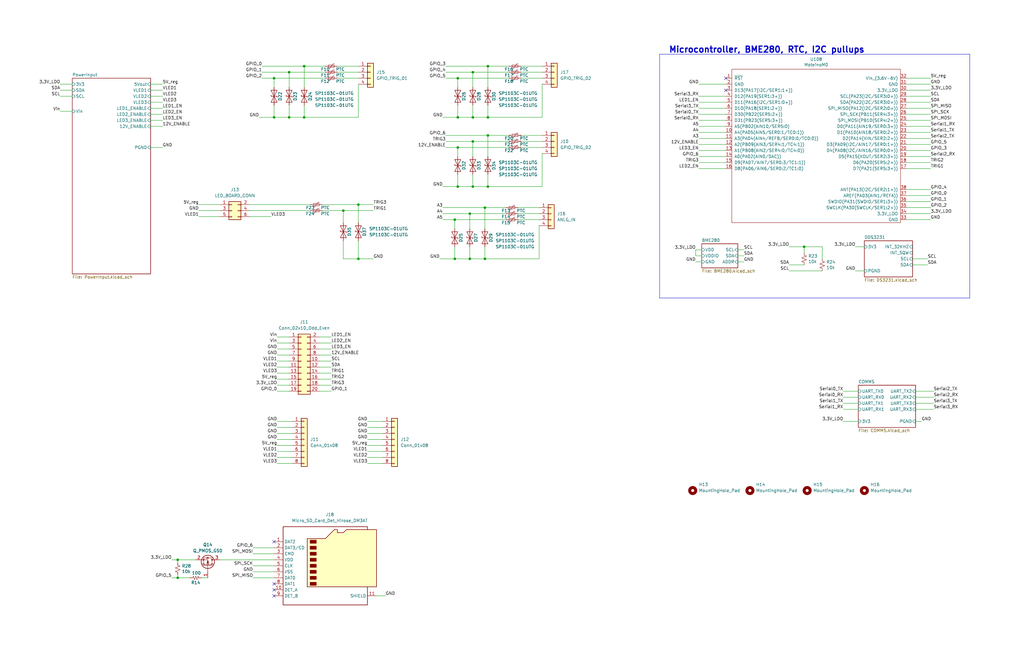
<source format=kicad_sch>
(kicad_sch (version 20230121) (generator eeschema)
  (paper "B")
  (title_block (title "BUM2 LED Controller") (date "2023-01-10") (rev "B"))
  (junction (at 151.13 109.22))
  (junction (at 74.93 243.84))
  (junction (at 121.92 30.48))
  (junction (at 191.77 92.71))
  (junction (at 191.77 109.22))
  (junction (at 74.93 236.22))
  (junction (at 151.13 86.36))
  (junction (at 205.74 57.15))
  (junction (at 115.57 49.53))
  (junction (at 193.04 62.23))
  (junction (at 193.04 33.02))
  (junction (at 204.47 109.22))
  (junction (at 144.78 88.9))
  (junction (at 198.12 90.17))
  (junction (at 193.04 78.74))
  (junction (at 128.27 27.94))
  (junction (at 199.39 78.74))
  (junction (at 128.27 49.53))
  (junction (at 121.92 49.53))
  (junction (at 193.04 49.53))
  (junction (at 199.39 59.69))
  (junction (at 339.09 104.14))
  (junction (at 205.74 27.94))
  (junction (at 205.74 78.74))
  (junction (at 205.74 49.53))
  (junction (at 199.39 30.48))
  (junction (at 115.57 33.02))
  (junction (at 204.47 87.63))
  (junction (at 198.12 109.22))
  (junction (at 199.39 49.53))
  (no_connect (at 306.07 38.1))
  (no_connect (at 115.57 228.6))
  (no_connect (at 115.57 246.38))
  (no_connect (at 306.07 33.02))
  (no_connect (at 115.57 251.46))
  (no_connect (at 115.57 248.92))
  (wire (pts (xy 382.27 38.1) (xy 392.43 38.1)))
  (wire (pts (xy 154.94 180.34) (xy 161.29 180.34)))
  (wire (pts (xy 193.04 33.02) (xy 193.04 36.83)))
  (wire (pts (xy 294.64 45.72) (xy 306.07 45.72)))
  (wire (pts (xy 135.89 88.9) (xy 144.78 88.9)))
  (wire (pts (xy 134.62 154.94) (xy 139.7 154.94)))
  (wire (pts (xy 204.47 109.22) (xy 198.12 109.22)))
  (wire (pts (xy 386.08 170.18) (xy 393.7 170.18)))
  (wire (pts (xy 382.27 33.02) (xy 392.43 33.02)))
  (wire (pts (xy 134.62 144.78) (xy 139.7 144.78)))
  (wire (pts (xy 198.12 104.14) (xy 198.12 109.22)))
  (wire (pts (xy 121.92 49.53) (xy 115.57 49.53)))
  (wire (pts (xy 219.71 59.69) (xy 228.6 59.69)))
  (wire (pts (xy 144.78 109.22) (xy 151.13 109.22)))
  (wire (pts (xy 294.64 48.26) (xy 306.07 48.26)))
  (wire (pts (xy 306.07 66.04) (xy 294.64 66.04)))
  (wire (pts (xy 63.5 38.1) (xy 68.58 38.1)))
  (wire (pts (xy 219.71 27.94) (xy 228.6 27.94)))
  (wire (pts (xy 154.94 195.58) (xy 161.29 195.58)))
  (wire (pts (xy 116.84 195.58) (xy 123.19 195.58)))
  (wire (pts (xy 134.62 165.1) (xy 139.7 165.1)))
  (wire (pts (xy 293.37 105.41) (xy 295.91 105.41)))
  (wire (pts (xy 186.69 90.17) (xy 198.12 90.17)))
  (wire (pts (xy 74.93 236.22) (xy 74.93 237.49)))
  (wire (pts (xy 92.71 236.22) (xy 115.57 236.22)))
  (wire (pts (xy 205.74 57.15) (xy 205.74 66.04)))
  (wire (pts (xy 106.68 233.68) (xy 115.57 233.68)))
  (wire (pts (xy 142.24 33.02) (xy 151.13 33.02)))
  (wire (pts (xy 219.71 57.15) (xy 228.6 57.15)))
  (wire (pts (xy 386.08 167.64) (xy 393.7 167.64)))
  (wire (pts (xy 106.68 238.76) (xy 115.57 238.76)))
  (wire (pts (xy 134.62 152.4) (xy 139.7 152.4)))
  (wire (pts (xy 154.94 182.88) (xy 161.29 182.88)))
  (wire (pts (xy 116.84 160.02) (xy 121.92 160.02)))
  (wire (pts (xy 186.69 87.63) (xy 204.47 87.63)))
  (wire (pts (xy 386.08 172.72) (xy 393.7 172.72)))
  (wire (pts (xy 128.27 44.45) (xy 128.27 49.53)))
  (wire (pts (xy 116.84 185.42) (xy 123.19 185.42)))
  (wire (pts (xy 311.15 105.41) (xy 313.69 105.41)))
  (wire (pts (xy 134.62 149.86) (xy 139.7 149.86)))
  (wire (pts (xy 83.82 88.9) (xy 92.71 88.9)))
  (wire (pts (xy 382.27 43.18) (xy 392.43 43.18)))
  (wire (pts (xy 115.57 44.45) (xy 115.57 49.53)))
  (wire (pts (xy 134.62 162.56) (xy 139.7 162.56)))
  (wire (pts (xy 198.12 90.17) (xy 198.12 96.52)))
  (wire (pts (xy 382.27 87.63) (xy 392.43 87.63)))
  (wire (pts (xy 187.96 62.23) (xy 193.04 62.23)))
  (wire (pts (xy 339.09 104.14) (xy 346.71 104.14)))
  (wire (pts (xy 205.74 57.15) (xy 214.63 57.15)))
  (wire (pts (xy 219.71 33.02) (xy 228.6 33.02)))
  (wire (pts (xy 382.27 80.01) (xy 392.43 80.01)))
  (wire (pts (xy 218.44 90.17) (xy 227.33 90.17)))
  (wire (pts (xy 218.44 87.63) (xy 227.33 87.63)))
  (wire (pts (xy 63.5 35.56) (xy 68.58 35.56)))
  (wire (pts (xy 382.27 68.58) (xy 392.43 68.58)))
  (wire (pts (xy 116.84 144.78) (xy 121.92 144.78)))
  (wire (pts (xy 355.6 165.1) (xy 361.95 165.1)))
  (wire (pts (xy 382.27 58.42) (xy 392.43 58.42)))
  (wire (pts (xy 128.27 27.94) (xy 128.27 36.83)))
  (wire (pts (xy 74.93 242.57) (xy 74.93 243.84)))
  (wire (pts (xy 204.47 87.63) (xy 204.47 96.52)))
  (wire (pts (xy 306.07 60.96) (xy 294.64 60.96)))
  (wire (pts (xy 116.84 180.34) (xy 123.19 180.34)))
  (wire (pts (xy 121.92 30.48) (xy 137.16 30.48)))
  (wire (pts (xy 186.69 49.53) (xy 193.04 49.53)))
  (wire (pts (xy 63.5 50.8) (xy 68.58 50.8)))
  (wire (pts (xy 154.94 187.96) (xy 161.29 187.96)))
  (wire (pts (xy 25.4 40.64) (xy 30.48 40.64)))
  (wire (pts (xy 116.84 162.56) (xy 121.92 162.56)))
  (wire (pts (xy 151.13 101.6) (xy 151.13 109.22)))
  (wire (pts (xy 72.39 236.22) (xy 74.93 236.22)))
  (wire (pts (xy 105.41 88.9) (xy 130.81 88.9)))
  (wire (pts (xy 116.84 177.8) (xy 123.19 177.8)))
  (wire (pts (xy 228.6 35.56) (xy 228.6 49.53)))
  (wire (pts (xy 355.6 177.8) (xy 361.95 177.8)))
  (wire (pts (xy 63.5 48.26) (xy 68.58 48.26)))
  (wire (pts (xy 205.74 49.53) (xy 199.39 49.53)))
  (wire (pts (xy 116.84 157.48) (xy 121.92 157.48)))
  (wire (pts (xy 382.27 66.04) (xy 392.43 66.04)))
  (wire (pts (xy 128.27 27.94) (xy 137.16 27.94)))
  (wire (pts (xy 63.5 40.64) (xy 68.58 40.64)))
  (wire (pts (xy 116.84 187.96) (xy 123.19 187.96)))
  (wire (pts (xy 74.93 236.22) (xy 82.55 236.22)))
  (wire (pts (xy 204.47 87.63) (xy 213.36 87.63)))
  (wire (pts (xy 193.04 62.23) (xy 193.04 66.04)))
  (wire (pts (xy 134.62 142.24) (xy 139.7 142.24)))
  (wire (pts (xy 332.74 114.3) (xy 346.71 114.3)))
  (wire (pts (xy 306.07 71.12) (xy 294.64 71.12)))
  (wire (pts (xy 121.92 30.48) (xy 121.92 36.83)))
  (wire (pts (xy 106.68 231.14) (xy 115.57 231.14)))
  (wire (pts (xy 193.04 73.66) (xy 193.04 78.74)))
  (wire (pts (xy 106.68 243.84) (xy 115.57 243.84)))
  (wire (pts (xy 105.41 91.44) (xy 114.3 91.44)))
  (wire (pts (xy 392.43 55.88) (xy 382.27 55.88)))
  (wire (pts (xy 186.69 92.71) (xy 191.77 92.71)))
  (wire (pts (xy 187.96 33.02) (xy 193.04 33.02)))
  (wire (pts (xy 154.94 177.8) (xy 161.29 177.8)))
  (wire (pts (xy 151.13 109.22) (xy 157.48 109.22)))
  (wire (pts (xy 205.74 73.66) (xy 205.74 78.74)))
  (wire (pts (xy 144.78 88.9) (xy 144.78 93.98)))
  (wire (pts (xy 191.77 92.71) (xy 213.36 92.71)))
  (wire (pts (xy 306.07 50.8) (xy 294.64 50.8)))
  (wire (pts (xy 187.96 57.15) (xy 205.74 57.15)))
  (wire (pts (xy 74.93 243.84) (xy 80.01 243.84)))
  (wire (pts (xy 116.84 193.04) (xy 123.19 193.04)))
  (wire (pts (xy 63.5 62.23) (xy 68.58 62.23)))
  (wire (pts (xy 158.75 251.46) (xy 162.56 251.46)))
  (wire (pts (xy 25.4 46.99) (xy 30.48 46.99)))
  (wire (pts (xy 106.68 241.3) (xy 115.57 241.3)))
  (wire (pts (xy 191.77 92.71) (xy 191.77 96.52)))
  (wire (pts (xy 134.62 157.48) (xy 139.7 157.48)))
  (wire (pts (xy 105.41 86.36) (xy 130.81 86.36)))
  (wire (pts (xy 382.27 40.64) (xy 392.43 40.64)))
  (wire (pts (xy 134.62 160.02) (xy 139.7 160.02)))
  (wire (pts (xy 144.78 101.6) (xy 144.78 109.22)))
  (wire (pts (xy 294.64 35.56) (xy 306.07 35.56)))
  (wire (pts (xy 205.74 78.74) (xy 199.39 78.74)))
  (wire (pts (xy 142.24 30.48) (xy 151.13 30.48)))
  (wire (pts (xy 199.39 30.48) (xy 199.39 36.83)))
  (wire (pts (xy 154.94 185.42) (xy 161.29 185.42)))
  (wire (pts (xy 294.64 53.34) (xy 306.07 53.34)))
  (wire (pts (xy 205.74 27.94) (xy 214.63 27.94)))
  (wire (pts (xy 382.27 50.8) (xy 392.43 50.8)))
  (wire (pts (xy 121.92 44.45) (xy 121.92 49.53)))
  (wire (pts (xy 115.57 33.02) (xy 115.57 36.83)))
  (wire (pts (xy 355.6 167.64) (xy 361.95 167.64)))
  (wire (pts (xy 339.09 106.68) (xy 339.09 104.14)))
  (wire (pts (xy 392.43 60.96) (xy 382.27 60.96)))
  (wire (pts (xy 384.81 111.76) (xy 391.16 111.76)))
  (wire (pts (xy 219.71 30.48) (xy 228.6 30.48)))
  (wire (pts (xy 294.64 58.42) (xy 306.07 58.42)))
  (wire (pts (xy 144.78 88.9) (xy 157.48 88.9)))
  (wire (pts (xy 382.27 35.56) (xy 392.43 35.56)))
  (wire (pts (xy 151.13 49.53) (xy 128.27 49.53)))
  (wire (pts (xy 151.13 86.36) (xy 157.48 86.36)))
  (wire (pts (xy 205.74 44.45) (xy 205.74 49.53)))
  (wire (pts (xy 193.04 44.45) (xy 193.04 49.53)))
  (wire (pts (xy 382.27 63.5) (xy 392.43 63.5)))
  (wire (pts (xy 193.04 62.23) (xy 214.63 62.23)))
  (wire (pts (xy 151.13 35.56) (xy 151.13 49.53)))
  (wire (pts (xy 228.6 49.53) (xy 205.74 49.53)))
  (wire (pts (xy 384.81 109.22) (xy 391.16 109.22)))
  (wire (pts (xy 135.89 86.36) (xy 151.13 86.36)))
  (wire (pts (xy 392.43 48.26) (xy 382.27 48.26)))
  (wire (pts (xy 219.71 62.23) (xy 228.6 62.23)))
  (wire (pts (xy 116.84 149.86) (xy 121.92 149.86)))
  (wire (pts (xy 332.74 111.76) (xy 339.09 111.76)))
  (polyline (pts (xy 408.94 22.86) (xy 408.94 125.73)))
  (wire (pts (xy 115.57 33.02) (xy 137.16 33.02)))
  (wire (pts (xy 392.43 71.12) (xy 382.27 71.12)))
  (wire (pts (xy 218.44 92.71) (xy 227.33 92.71)))
  (wire (pts (xy 151.13 86.36) (xy 151.13 93.98)))
  (wire (pts (xy 382.27 90.17) (xy 392.43 90.17)))
  (wire (pts (xy 360.68 114.3) (xy 364.49 114.3)))
  (wire (pts (xy 134.62 147.32) (xy 139.7 147.32)))
  (wire (pts (xy 386.08 165.1) (xy 393.7 165.1)))
  (wire (pts (xy 311.15 110.49) (xy 313.69 110.49)))
  (wire (pts (xy 154.94 193.04) (xy 161.29 193.04)))
  (wire (pts (xy 198.12 90.17) (xy 213.36 90.17)))
  (wire (pts (xy 116.84 147.32) (xy 121.92 147.32)))
  (wire (pts (xy 128.27 49.53) (xy 121.92 49.53)))
  (wire (pts (xy 355.6 172.72) (xy 361.95 172.72)))
  (wire (pts (xy 187.96 30.48) (xy 199.39 30.48)))
  (wire (pts (xy 116.84 152.4) (xy 121.92 152.4)))
  (wire (pts (xy 199.39 44.45) (xy 199.39 49.53)))
  (wire (pts (xy 185.42 109.22) (xy 191.77 109.22)))
  (wire (pts (xy 204.47 104.14) (xy 204.47 109.22)))
  (wire (pts (xy 83.82 91.44) (xy 92.71 91.44)))
  (wire (pts (xy 191.77 104.14) (xy 191.77 109.22)))
  (wire (pts (xy 110.49 33.02) (xy 115.57 33.02)))
  (wire (pts (xy 294.64 40.64) (xy 306.07 40.64)))
  (wire (pts (xy 199.39 73.66) (xy 199.39 78.74)))
  (wire (pts (xy 109.22 49.53) (xy 115.57 49.53)))
  (wire (pts (xy 198.12 109.22) (xy 191.77 109.22)))
  (wire (pts (xy 346.71 104.14) (xy 346.71 109.22)))
  (wire (pts (xy 392.43 85.09) (xy 382.27 85.09)))
  (wire (pts (xy 154.94 190.5) (xy 161.29 190.5)))
  (wire (pts (xy 227.33 95.25) (xy 227.33 109.22)))
  (wire (pts (xy 294.64 68.58) (xy 306.07 68.58)))
  (wire (pts (xy 199.39 30.48) (xy 214.63 30.48)))
  (wire (pts (xy 339.09 104.14) (xy 332.74 104.14)))
  (wire (pts (xy 382.27 82.55) (xy 392.43 82.55)))
  (wire (pts (xy 83.82 86.36) (xy 92.71 86.36)))
  (wire (pts (xy 228.6 64.77) (xy 228.6 78.74)))
  (wire (pts (xy 186.69 78.74) (xy 193.04 78.74)))
  (wire (pts (xy 116.84 190.5) (xy 123.19 190.5)))
  (wire (pts (xy 199.39 59.69) (xy 214.63 59.69)))
  (wire (pts (xy 116.84 165.1) (xy 121.92 165.1)))
  (wire (pts (xy 63.5 45.72) (xy 68.58 45.72)))
  (wire (pts (xy 313.69 107.95) (xy 311.15 107.95)))
  (wire (pts (xy 63.5 53.34) (xy 68.58 53.34)))
  (wire (pts (xy 386.08 177.8) (xy 388.62 177.8)))
  (wire (pts (xy 293.37 110.49) (xy 295.91 110.49)))
  (polyline (pts (xy 408.94 125.73) (xy 278.13 125.73)))
  (wire (pts (xy 295.91 107.95) (xy 293.37 107.95)))
  (wire (pts (xy 293.37 107.95) (xy 293.37 105.41)))
  (wire (pts (xy 193.04 33.02) (xy 214.63 33.02)))
  (wire (pts (xy 116.84 154.94) (xy 121.92 154.94)))
  (wire (pts (xy 355.6 170.18) (xy 361.95 170.18)))
  (wire (pts (xy 85.09 243.84) (xy 87.63 243.84)))
  (wire (pts (xy 382.27 45.72) (xy 392.43 45.72)))
  (wire (pts (xy 294.64 63.5) (xy 306.07 63.5)))
  (wire (pts (xy 63.5 43.18) (xy 68.58 43.18)))
  (wire (pts (xy 228.6 78.74) (xy 205.74 78.74)))
  (wire (pts (xy 142.24 27.94) (xy 151.13 27.94)))
  (wire (pts (xy 360.68 104.14) (xy 364.49 104.14)))
  (wire (pts (xy 199.39 49.53) (xy 193.04 49.53)))
  (wire (pts (xy 116.84 182.88) (xy 123.19 182.88)))
  (wire (pts (xy 110.49 30.48) (xy 121.92 30.48)))
  (wire (pts (xy 25.4 35.56) (xy 30.48 35.56)))
  (wire (pts (xy 187.96 27.94) (xy 205.74 27.94)))
  (wire (pts (xy 25.4 38.1) (xy 30.48 38.1)))
  (polyline (pts (xy 278.13 125.73) (xy 278.13 22.86)))
  (wire (pts (xy 205.74 27.94) (xy 205.74 36.83)))
  (wire (pts (xy 382.27 92.71) (xy 392.43 92.71)))
  (wire (pts (xy 116.84 142.24) (xy 121.92 142.24)))
  (wire (pts (xy 227.33 109.22) (xy 204.47 109.22)))
  (wire (pts (xy 306.07 43.18) (xy 294.64 43.18)))
  (wire (pts (xy 72.39 243.84) (xy 74.93 243.84)))
  (wire (pts (xy 306.07 55.88) (xy 294.64 55.88)))
  (wire (pts (xy 187.96 59.69) (xy 199.39 59.69)))
  (wire (pts (xy 382.27 53.34) (xy 392.43 53.34)))
  (polyline (pts (xy 278.13 22.86) (xy 408.94 22.86)))
  (wire (pts (xy 199.39 59.69) (xy 199.39 66.04)))
  (wire (pts (xy 199.39 78.74) (xy 193.04 78.74)))
  (wire (pts (xy 110.49 27.94) (xy 128.27 27.94)))
  (text "Microcontroller, BME280, RTC, I2C pullups\n\n" (at 281.94 26.67 0) (effects (font (size 2.54 2.54) (thickness 0.508) bold) (justify left bottom)))
  (label "GPIO_5" (at 72.39 243.84 180))
  (label "SPI_MOSI" (at 392.43 50.8 0))
  (label "SPI_SCK" (at 392.43 48.26 0))
  (label "3.3V_LDO" (at 293.37 105.41 180))
  (label "GPIO_0" (at 110.49 27.94 180))
  (label "A5" (at 186.69 92.71 180))
  (label "LED1_EN" (at 294.64 43.18 180))
  (label "GND" (at 154.94 180.34 180))
  (label "GPIO_5" (at 187.96 33.02 180))
  (label "SPI_MOSI" (at 106.68 233.68 180))
  (label "VLED1" (at 116.84 190.5 180))
  (label "GND" (at 154.94 185.42 180))
  (label "Serial2_RX" (at 393.7 167.64 0))
  (label "Vin" (at 116.84 142.24 180))
  (label "LED1_EN" (at 68.58 45.72 0))
  (label "TRIG2" (at 139.7 160.02 0))
  (label "SPI_SCK" (at 106.68 238.76 180))
  (label "Serial2_TX" (at 392.43 58.42 0))
  (label "GND" (at 157.48 109.22 0))
  (label "SCL" (at 25.4 40.64 180))
  (label "GND" (at 293.37 110.49 180))
  (label "LED2_EN" (at 139.7 144.78 0))
  (label "GND" (at 83.82 88.9 180))
  (label "GND" (at 294.64 35.56 180))
  (label "Serial1_RX" (at 392.43 53.34 0))
  (label "GPIO_6" (at 106.68 231.14 180))
  (label "SDA" (at 332.74 111.76 180))
  (label "GND" (at 116.84 180.34 180))
  (label "SCL" (at 332.74 114.3 180))
  (label "GND" (at 185.42 109.22 180))
  (label "GPIO_2" (at 392.43 87.63 0))
  (label "3.3V_LDO" (at 116.84 162.56 180))
  (label "VLED1" (at 83.82 91.44 180))
  (label "Serial3_RX" (at 294.64 40.64 180))
  (label "SCL" (at 391.16 109.22 0))
  (label "GND" (at 116.84 177.8 180))
  (label "GPIO_0" (at 116.84 165.1 180))
  (label "LED3_EN" (at 294.64 63.5 180))
  (label "LED3_EN" (at 68.58 50.8 0))
  (label "TRIG3" (at 187.96 59.69 180))
  (label "GPIO_6" (at 187.96 57.15 180))
  (label "3.3V_LDO" (at 25.4 35.56 180))
  (label "5V_reg" (at 392.43 33.02 0))
  (label "GND" (at 392.43 35.56 0))
  (label "Serial3_RX" (at 393.7 172.72 0))
  (label "Vin" (at 116.84 144.78 180))
  (label "VLED2" (at 116.84 154.94 180))
  (label "GND" (at 360.68 114.3 180))
  (label "Serial1_RX" (at 355.6 172.72 180))
  (label "LED1_EN" (at 139.7 142.24 0))
  (label "TRIG2" (at 392.43 68.58 0))
  (label "GND" (at 388.62 177.8 0))
  (label "GND" (at 116.84 147.32 180))
  (label "Serial2_TX" (at 393.7 165.1 0))
  (label "LED2_EN" (at 294.64 71.12 180))
  (label "3.3V_LDO" (at 392.43 90.17 0))
  (label "12V_ENABLE" (at 68.58 53.34 0))
  (label "SDA" (at 391.16 111.76 0))
  (label "GND" (at 162.56 251.46 0))
  (label "VLED2" (at 116.84 193.04 180))
  (label "Vin" (at 25.4 46.99 180))
  (label "5V_reg" (at 83.82 86.36 180))
  (label "VLED2" (at 68.58 40.64 0))
  (label "VLED1" (at 116.84 152.4 180))
  (label "A3" (at 186.69 87.63 180))
  (label "GPIO_0" (at 392.43 82.55 0))
  (label "VLED3" (at 116.84 157.48 180))
  (label "SCL" (at 313.69 105.41 0))
  (label "GPIO_3" (at 392.43 63.5 0))
  (label "Serial3_TX" (at 294.64 45.72 180))
  (label "SDA" (at 25.4 38.1 180))
  (label "A5" (at 294.64 53.34 180))
  (label "3.3V_LDO" (at 392.43 38.1 0))
  (label "SPI_MISO" (at 106.68 243.84 180))
  (label "GND" (at 106.68 241.3 180))
  (label "GPIO_1" (at 392.43 85.09 0))
  (label "5V_reg" (at 68.58 35.56 0))
  (label "Serial1_TX" (at 392.43 55.88 0))
  (label "Serial1_TX" (at 355.6 170.18 180))
  (label "3.3V_LDO" (at 355.6 177.8 180))
  (label "VLED3" (at 154.94 195.58 180))
  (label "5V_reg" (at 116.84 187.96 180))
  (label "GND" (at 116.84 185.42 180))
  (label "GND" (at 68.58 62.23 0))
  (label "TRIG1" (at 157.48 88.9 0))
  (label "A4" (at 186.69 90.17 180))
  (label "GND" (at 186.69 78.74 180))
  (label "VLED3" (at 114.3 91.44 0))
  (label "GPIO_2" (at 110.49 33.02 180))
  (label "GPIO_1" (at 110.49 30.48 180))
  (label "GPIO_4" (at 187.96 30.48 180))
  (label "Serial0_TX" (at 294.64 48.26 180))
  (label "VLED3" (at 116.84 195.58 180))
  (label "TRIG3" (at 294.64 68.58 180))
  (label "Serial2_RX" (at 392.43 66.04 0))
  (label "GND" (at 154.94 182.88 180))
  (label "GPIO_6" (at 294.64 66.04 180))
  (label "SPI_MISO" (at 392.43 45.72 0))
  (label "TRIG1" (at 139.7 157.48 0))
  (label "SDA" (at 392.43 43.18 0))
  (label "SCL" (at 392.43 40.64 0))
  (label "3.3V_LDO" (at 332.74 104.14 180))
  (label "GND" (at 154.94 177.8 180))
  (label "5V_reg" (at 154.94 187.96 180))
  (label "VLED1" (at 68.58 38.1 0))
  (label "Serial3_TX" (at 393.7 170.18 0))
  (label "TRIG3" (at 139.7 162.56 0))
  (label "3.3V_LDO" (at 360.68 104.14 180))
  (label "GPIO_3" (at 187.96 27.94 180))
  (label "GPIO_1" (at 139.7 165.1 0))
  (label "LED2_EN" (at 68.58 48.26 0))
  (label "5V_reg" (at 116.84 160.02 180))
  (label "Serial0_TX" (at 355.6 165.1 180))
  (label "SCL" (at 139.7 152.4 0))
  (label "GND" (at 313.69 110.49 0))
  (label "VLED1" (at 154.94 190.5 180))
  (label "VLED2" (at 154.94 193.04 180))
  (label "GND" (at 186.69 49.53 180))
  (label "12V_ENABLE" (at 294.64 60.96 180))
  (label "Serial0_RX" (at 355.6 167.64 180))
  (label "TRIG1" (at 392.43 71.12 0))
  (label "3.3V_LDO" (at 72.39 236.22 180))
  (label "GND" (at 116.84 149.86 180))
  (label "GND" (at 116.84 182.88 180))
  (label "Serial0_RX" (at 294.64 50.8 180))
  (label "LED3_EN" (at 139.7 147.32 0))
  (label "SDA" (at 313.69 107.95 0))
  (label "VLED3" (at 68.58 43.18 0))
  (label "SDA" (at 139.7 154.94 0))
  (label "GND" (at 392.43 92.71 0))
  (label "TRIG3" (at 157.48 86.36 0))
  (label "A4" (at 294.64 55.88 180))
  (label "GPIO_4" (at 392.43 80.01 0))
  (label "GND" (at 109.22 49.53 180))
  (label "12V_ENABLE" (at 187.96 62.23 180))
  (label "12V_ENABLE" (at 139.7 149.86 0))
  (label "GPIO_5" (at 392.43 60.96 0))
  (label "A3" (at 294.64 58.42 180))
  (symbol (lib_id "Dual-Mag-Camera-Control-rescue:MoteinoM0-ProjectDevices") (at 325.12 54.61 0) (unit 1)
    (property "Reference" "U108" (at 344.17 25.019 0))
    (property "Value" "MoteinoM0" (at 344.17 27.3304 0))
    (property "Footprint" "ProjectFootprints:MoteinoM0_SMD" (effects hide))
    (property "Datasheet" "https://lowpowerlab.com/guide/moteino/moteinom0/" (effects hide))
    (property "Part Number" "MoteinoM0" (effects hide))
    (property "Supplier" "low power lab" (effects hide))
    (property "Link" "https://lowpowerlab.com/guide/moteino/moteinom0/" (effects hide))
  )
  (symbol (lib_id "Mechanical:MountingHole") (at 292.1 207.01 0) (unit 1)
    (property "Reference" "H13" (at 294.64 204.4699 0) (effects (justify left)))
    (property "Value" "MountingHole_Pad" (at 294.64 207.0099 0) (effects (justify left)))
    (property "Footprint" "MountingHole:MountingHole_3.2mm_M3_ISO14580" (effects hide))
  )
  (symbol (lib_id "Dual-Mag-Camera-Control-rescue:D_TVS-SPC-Control-rescue") (at 151.13 97.79 270) (unit 1)
    (property "Reference" "D37" (at 153.67 97.79 0))
    (property "Value" "SP1103C-01UTG" (at 163.83 96.52 90))
    (property "Footprint" "Resistor_SMD:R_0603_1608Metric" (effects hide))
    (property "Datasheet" "https://www.digikey.com/product-detail/en/bourns-inc/CDSOD323-T15C/CDSOD323-T15CCT-ND/3742034" (effects hide))
    (property "Part Number" "F10154CT-ND" (effects hide))
    (property "Supplier" "Digikey" (effects hide))
    (property "Link" "https://www.digikey.com/en/products/detail/littelfuse-inc/SP1103C-01UTG/7402656" (effects hide))
  )
  (symbol (lib_id "Dual-Mag-Camera-Control-rescue:D_TVS-SPC-Control-rescue") (at 199.39 69.85 270) (unit 1)
    (property "Reference" "D33" (at 201.93 69.85 0))
    (property "Value" "SP1103C-01UTG" (at 218.44 71.12 90))
    (property "Footprint" "Resistor_SMD:R_0603_1608Metric" (effects hide))
    (property "Datasheet" "https://www.digikey.com/product-detail/en/bourns-inc/CDSOD323-T15C/CDSOD323-T15CCT-ND/3742034" (effects hide))
    (property "Part Number" "F10154CT-ND" (effects hide))
    (property "Supplier" "Digikey" (effects hide))
    (property "Link" "https://www.digikey.com/en/products/detail/littelfuse-inc/SP1103C-01UTG/7402656" (effects hide))
  )
  (symbol (lib_id "Connector_Generic:Conn_01x08") (at 128.27 185.42 0) (unit 1)
    (property "Reference" "J11" (at 130.81 185.42 0) (effects (justify left)))
    (property "Value" "Conn_01x08" (at 130.81 187.96 0) (effects (justify left)))
    (property "Footprint" "Connector_Molex:Molex_PicoBlade_53261-0871_1x08-1MP_P1.25mm_Horizontal" (effects hide))
    (property "Datasheet" "https://www.molex.com/pdm_docs/sd/532610871_sd.pdf" (effects hide))
    (property "Part Number" "WM7626CT-ND" (effects hide))
    (property "Supplier" "Digikey" (effects hide))
    (property "Link" "https://www.digikey.com/en/products/detail/molex/0532610871/699100" (effects hide))
  )
  (symbol (lib_id "Mechanical:MountingHole") (at 364.49 207.01 0) (unit 1)
    (property "Reference" "H16" (at 367.03 204.4699 0) (effects (justify left)))
    (property "Value" "MountingHole_Pad" (at 367.03 207.0099 0) (effects (justify left)))
    (property "Footprint" "MountingHole:MountingHole_3.2mm_M3_ISO14580" (effects hide))
  )
  (symbol (lib_id "Dual-Mag-Camera-Control-rescue:Polyfuse_Small-SPC-Control-rescue") (at 139.7 30.48 270) (unit 1)
    (property "Reference" "F11" (at 137.16 31.75 90))
    (property "Value" "PTC" (at 143.51 31.75 90))
    (property "Footprint" "Resistor_SMD:R_0603_1608Metric" (effects hide))
    (property "Datasheet" "https://www.belfuse.com/resources/datasheets/circuitprotection/ds-cp-0zcm-series.pdf" (effects hide))
    (property "Part Number" "507-0ZCM0001FF2GCT-ND" (effects hide))
    (property "Supplier" "Digikey" (effects hide))
    (property "Link" "https://www.digikey.com/en/products/detail/bel-fuse-inc/0ZCM0001FF2G/10270528" (effects hide))
  )
  (symbol (lib_id "Device:R_Small_US") (at 339.09 109.22 180) (unit 1)
    (property "Reference" "R23" (at 340.8172 108.0516 0) (effects (justify right)))
    (property "Value" "10k" (at 340.8172 110.363 0) (effects (justify right)))
    (property "Footprint" "Resistor_SMD:R_0603_1608Metric" (effects hide))
    (property "Datasheet" "https://www.te.com/commerce/DocumentDelivery/DDEController?Action=srchrtrv&DocNm=1773204&DocType=DS&DocLang=English" (effects hide))
    (property "Link" "https://www.digikey.com/en/products/detail/te-connectivity-passive-product/CRG0603F10K/2055639?s=N4IgTCBcDaIIIEYAMA2JAWAHAYQCoFoA5AERAF0BfIA" (effects hide))
    (property "Part Number" "A106048CT-ND" (effects hide))
    (property "Supplier" "Digikey" (effects hide))
  )
  (symbol (lib_id "Dual-Mag-Camera-Control-rescue:Polyfuse_Small-SPC-Control-rescue") (at 217.17 27.94 270) (unit 1)
    (property "Reference" "F16" (at 214.63 29.21 90))
    (property "Value" "PTC" (at 220.98 29.21 90))
    (property "Footprint" "Resistor_SMD:R_0603_1608Metric" (effects hide))
    (property "Datasheet" "https://www.belfuse.com/resources/datasheets/circuitprotection/ds-cp-0zcm-series.pdf" (effects hide))
    (property "Part Number" "507-0ZCM0001FF2GCT-ND" (effects hide))
    (property "Supplier" "Digikey" (effects hide))
    (property "Link" "https://www.digikey.com/en/products/detail/bel-fuse-inc/0ZCM0001FF2G/10270528" (effects hide))
  )
  (symbol (lib_id "Connector_Generic:Conn_02x03_Odd_Even") (at 97.79 88.9 0) (unit 1)
    (property "Reference" "J13" (at 99.06 80.01 0))
    (property "Value" "LED_BOARD_CONN" (at 99.06 82.55 0))
    (property "Footprint" "ProjectFootprints:009276006021906" (effects hide))
    (property "Datasheet" "https://datasheets.kyocera-avx.com/PokeHomeHorizontal_00-9276.pdf" (effects hide))
    (property "Part Number" "478-009276006021906CT-ND" (effects hide))
    (property "Supplier" "Digikey" (effects hide))
    (property "Link" "https://www.digikey.com/en/products/detail/kyocera-avx/009276006021906/11307880" (effects hide))
  )
  (symbol (lib_id "Dual-Mag-Camera-Control-rescue:Polyfuse_Small-SPC-Control-rescue") (at 217.17 57.15 270) (unit 1)
    (property "Reference" "F20" (at 214.63 58.42 90))
    (property "Value" "PTC" (at 220.98 58.42 90))
    (property "Footprint" "Resistor_SMD:R_0603_1608Metric" (effects hide))
    (property "Datasheet" "https://www.belfuse.com/resources/datasheets/circuitprotection/ds-cp-0zcm-series.pdf" (effects hide))
    (property "Part Number" "507-0ZCM0001FF2GCT-ND" (effects hide))
    (property "Supplier" "Digikey" (effects hide))
    (property "Link" "https://www.digikey.com/en/products/detail/bel-fuse-inc/0ZCM0001FF2G/10270528" (effects hide))
  )
  (symbol (lib_id "Connector_Generic:Conn_01x04") (at 233.68 30.48 0) (unit 1)
    (property "Reference" "J17" (at 236.22 30.48 0) (effects (justify left)))
    (property "Value" "GPIO_TRIG_02" (at 236.22 33.02 0) (effects (justify left)))
    (property "Footprint" "ProjectFootprints:009276004021006" (effects hide))
    (property "Datasheet" "https://datasheets.kyocera-avx.com/PokeHomeHorizontal_00-9276.pdf" (effects hide))
    (property "Part Number" "478-009276004021906CT-ND" (effects hide))
    (property "Supplier" "Digikey" (effects hide))
    (property "Link" "https://www.digikey.com/en/products/detail/kyocera-avx/009276004021906/11307846" (effects hide))
  )
  (symbol (lib_id "Dual-Mag-Camera-Control-rescue:D_TVS-SPC-Control-rescue") (at 128.27 40.64 270) (unit 1)
    (property "Reference" "D24" (at 130.81 40.64 0))
    (property "Value" "SP1103C-01UTG" (at 140.97 39.37 90))
    (property "Footprint" "Resistor_SMD:R_0603_1608Metric" (effects hide))
    (property "Datasheet" "https://www.digikey.com/product-detail/en/bourns-inc/CDSOD323-T15C/CDSOD323-T15CCT-ND/3742034" (effects hide))
    (property "Part Number" "F10154CT-ND" (effects hide))
    (property "Supplier" "Digikey" (effects hide))
    (property "Link" "https://www.digikey.com/en/products/detail/littelfuse-inc/SP1103C-01UTG/7402656" (effects hide))
  )
  (symbol (lib_id "Dual-Mag-Camera-Control-rescue:Polyfuse_Small-SPC-Control-rescue") (at 215.9 92.71 270) (unit 1)
    (property "Reference" "F15" (at 213.36 93.98 90))
    (property "Value" "PTC" (at 219.71 93.98 90))
    (property "Footprint" "Resistor_SMD:R_0603_1608Metric" (effects hide))
    (property "Datasheet" "https://www.belfuse.com/resources/datasheets/circuitprotection/ds-cp-0zcm-series.pdf" (effects hide))
    (property "Part Number" "507-0ZCM0001FF2GCT-ND" (effects hide))
    (property "Supplier" "Digikey" (effects hide))
    (property "Link" "https://www.digikey.com/en/products/detail/bel-fuse-inc/0ZCM0001FF2G/10270528" (effects hide))
  )
  (symbol (lib_id "Connector_Generic:Conn_02x10_Odd_Even") (at 127 152.4 0) (unit 1)
    (property "Reference" "J11" (at 128.27 135.89 0))
    (property "Value" "Conn_02x10_Odd_Even" (at 128.27 138.43 0))
    (property "Footprint" "Connector_PinHeader_2.54mm:PinHeader_2x10_P2.54mm_Vertical" (effects hide))
    (instances (project "System-Controller" (path "" (reference "J11") (unit 1)) (path "" (reference "J14") (unit 1))))
  )
  (symbol (lib_id "Mechanical:MountingHole") (at 340.36 207.01 0) (unit 1)
    (property "Reference" "H15" (at 342.9 204.4699 0) (effects (justify left)))
    (property "Value" "MountingHole_Pad" (at 342.9 207.0099 0) (effects (justify left)))
    (property "Footprint" "MountingHole:MountingHole_3.2mm_M3_ISO14580" (effects hide))
  )
  (symbol (lib_id "Mechanical:MountingHole") (at 316.23 207.01 0) (unit 1)
    (property "Reference" "H14" (at 318.77 204.4699 0) (effects (justify left)))
    (property "Value" "MountingHole_Pad" (at 318.77 207.0099 0) (effects (justify left)))
    (property "Footprint" "MountingHole:MountingHole_3.2mm_M3_ISO14580" (effects hide))
  )
  (symbol (lib_id "Dual-Mag-Camera-Control-rescue:D_TVS-SPC-Control-rescue") (at 204.47 100.33 270) (unit 1)
    (property "Reference" "D29" (at 207.01 100.33 0))
    (property "Value" "SP1103C-01UTG" (at 217.17 99.06 90))
    (property "Footprint" "Resistor_SMD:R_0603_1608Metric" (effects hide))
    (property "Datasheet" "https://www.digikey.com/product-detail/en/bourns-inc/CDSOD323-T15C/CDSOD323-T15CCT-ND/3742034" (effects hide))
    (property "Part Number" "F10154CT-ND" (effects hide))
    (property "Supplier" "Digikey" (effects hide))
    (property "Link" "https://www.digikey.com/en/products/detail/littelfuse-inc/SP1103C-01UTG/7402656" (effects hide))
  )
  (symbol (lib_id "Dual-Mag-Camera-Control-rescue:Polyfuse_Small-SPC-Control-rescue") (at 217.17 59.69 270) (unit 1)
    (property "Reference" "F21" (at 214.63 60.96 90))
    (property "Value" "PTC" (at 220.98 60.96 90))
    (property "Footprint" "Resistor_SMD:R_0603_1608Metric" (effects hide))
    (property "Datasheet" "https://www.belfuse.com/resources/datasheets/circuitprotection/ds-cp-0zcm-series.pdf" (effects hide))
    (property "Part Number" "507-0ZCM0001FF2GCT-ND" (effects hide))
    (property "Supplier" "Digikey" (effects hide))
    (property "Link" "https://www.digikey.com/en/products/detail/bel-fuse-inc/0ZCM0001FF2G/10270528" (effects hide))
  )
  (symbol (lib_id "Dual-Mag-Camera-Control-rescue:D_TVS-SPC-Control-rescue") (at 198.12 100.33 270) (unit 1)
    (property "Reference" "D27" (at 200.66 100.33 0))
    (property "Value" "SP1103C-01UTG" (at 217.17 101.6 90))
    (property "Footprint" "Resistor_SMD:R_0603_1608Metric" (effects hide))
    (property "Datasheet" "https://www.digikey.com/product-detail/en/bourns-inc/CDSOD323-T15C/CDSOD323-T15CCT-ND/3742034" (effects hide))
    (property "Part Number" "F10154CT-ND" (effects hide))
    (property "Supplier" "Digikey" (effects hide))
    (property "Link" "https://www.digikey.com/en/products/detail/littelfuse-inc/SP1103C-01UTG/7402656" (effects hide))
  )
  (symbol (lib_id "Connector_Generic:Conn_01x04") (at 156.21 30.48 0) (unit 1)
    (property "Reference" "J15" (at 158.75 30.4799 0) (effects (justify left)))
    (property "Value" "GPIO_TRIG_01" (at 158.75 33.0199 0) (effects (justify left)))
    (property "Footprint" "ProjectFootprints:009276004021006" (effects hide))
    (property "Datasheet" "https://datasheets.kyocera-avx.com/PokeHomeHorizontal_00-9276.pdf" (effects hide))
    (property "Part Number" "478-009276004021906CT-ND" (effects hide))
    (property "Supplier" "Digikey" (effects hide))
    (property "Link" "https://www.digikey.com/en/products/detail/kyocera-avx/009276004021906/11307846" (effects hide))
  )
  (symbol (lib_id "Project-Symbols:Q_PMOS_GSD") (at 87.63 238.76 270) (mirror x) (unit 1)
    (property "Reference" "Q14" (at 87.63 229.87 90))
    (property "Value" "Q_PMOS_GSD" (at 87.63 232.41 90))
    (property "Footprint" "Package_TO_SOT_SMD:SOT-23" (effects hide))
    (property "Datasheet" "https://www.diodes.com/assets/Datasheets/BSS84.pdf" (effects hide))
    (property "Part Number" "BSS84-FDICT-ND" (effects hide))
    (property "Supplier" "Digikey" (effects hide))
    (property "Link" "https://www.digikey.com/en/products/detail/diodes-incorporated/BSS84-7-F/717724" (effects hide))
  )
  (symbol (lib_id "Dual-Mag-Camera-Control-rescue:D_TVS-SPC-Control-rescue") (at 205.74 40.64 270) (unit 1)
    (property "Reference" "D30" (at 208.28 40.64 0))
    (property "Value" "SP1103C-01UTG" (at 218.44 39.37 90))
    (property "Footprint" "Resistor_SMD:R_0603_1608Metric" (effects hide))
    (property "Datasheet" "https://www.digikey.com/product-detail/en/bourns-inc/CDSOD323-T15C/CDSOD323-T15CCT-ND/3742034" (effects hide))
    (property "Part Number" "F10154CT-ND" (effects hide))
    (property "Supplier" "Digikey" (effects hide))
    (property "Link" "https://www.digikey.com/en/products/detail/littelfuse-inc/SP1103C-01UTG/7402656" (effects hide))
  )
  (symbol (lib_id "Dual-Mag-Camera-Control-rescue:D_TVS-SPC-Control-rescue") (at 199.39 40.64 270) (unit 1)
    (property "Reference" "D28" (at 201.93 40.64 0))
    (property "Value" "SP1103C-01UTG" (at 218.44 41.91 90))
    (property "Footprint" "Resistor_SMD:R_0603_1608Metric" (effects hide))
    (property "Datasheet" "https://www.digikey.com/product-detail/en/bourns-inc/CDSOD323-T15C/CDSOD323-T15CCT-ND/3742034" (effects hide))
    (property "Part Number" "F10154CT-ND" (effects hide))
    (property "Supplier" "Digikey" (effects hide))
    (property "Link" "https://www.digikey.com/en/products/detail/littelfuse-inc/SP1103C-01UTG/7402656" (effects hide))
  )
  (symbol (lib_id "Connector_Generic:Conn_01x04") (at 232.41 90.17 0) (unit 1)
    (property "Reference" "J16" (at 234.95 90.17 0) (effects (justify left)))
    (property "Value" "ANLG_IN" (at 234.95 92.71 0) (effects (justify left)))
    (property "Footprint" "ProjectFootprints:009276004021006" (effects hide))
    (property "Datasheet" "https://datasheets.kyocera-avx.com/PokeHomeHorizontal_00-9276.pdf" (effects hide))
    (property "Part Number" "478-009276004021906CT-ND" (effects hide))
    (property "Supplier" "Digikey" (effects hide))
    (property "Link" "https://www.digikey.com/en/products/detail/kyocera-avx/009276004021906/11307846" (effects hide))
  )
  (symbol (lib_id "Dual-Mag-Camera-Control-rescue:Polyfuse_Small-SPC-Control-rescue") (at 133.35 88.9 270) (unit 1)
    (property "Reference" "F24" (at 130.81 90.17 90))
    (property "Value" "PTC" (at 137.16 90.17 90))
    (property "Footprint" "Resistor_SMD:R_0603_1608Metric" (effects hide))
    (property "Datasheet" "https://www.belfuse.com/resources/datasheets/circuitprotection/ds-cp-0zcm-series.pdf" (effects hide))
    (property "Part Number" "507-0ZCM0001FF2GCT-ND" (effects hide))
    (property "Supplier" "Digikey" (effects hide))
    (property "Link" "https://www.digikey.com/en/products/detail/bel-fuse-inc/0ZCM0001FF2G/10270528" (effects hide))
  )
  (symbol (lib_id "Dual-Mag-Camera-Control-rescue:Polyfuse_Small-SPC-Control-rescue") (at 217.17 30.48 270) (unit 1)
    (property "Reference" "F17" (at 214.63 31.75 90))
    (property "Value" "PTC" (at 220.98 31.75 90))
    (property "Footprint" "Resistor_SMD:R_0603_1608Metric" (effects hide))
    (property "Datasheet" "https://www.belfuse.com/resources/datasheets/circuitprotection/ds-cp-0zcm-series.pdf" (effects hide))
    (property "Part Number" "507-0ZCM0001FF2GCT-ND" (effects hide))
    (property "Supplier" "Digikey" (effects hide))
    (property "Link" "https://www.digikey.com/en/products/detail/bel-fuse-inc/0ZCM0001FF2G/10270528" (effects hide))
  )
  (symbol (lib_id "Dual-Mag-Camera-Control-rescue:Polyfuse_Small-SPC-Control-rescue") (at 215.9 87.63 270) (unit 1)
    (property "Reference" "F13" (at 213.36 88.9 90))
    (property "Value" "PTC" (at 219.71 88.9 90))
    (property "Footprint" "Resistor_SMD:R_0603_1608Metric" (effects hide))
    (property "Datasheet" "https://www.belfuse.com/resources/datasheets/circuitprotection/ds-cp-0zcm-series.pdf" (effects hide))
    (property "Part Number" "507-0ZCM0001FF2GCT-ND" (effects hide))
    (property "Supplier" "Digikey" (effects hide))
    (property "Link" "https://www.digikey.com/en/products/detail/bel-fuse-inc/0ZCM0001FF2G/10270528" (effects hide))
  )
  (symbol (lib_id "Dual-Mag-Camera-Control-rescue:Polyfuse_Small-SPC-Control-rescue") (at 217.17 62.23 270) (unit 1)
    (property "Reference" "F22" (at 214.63 63.5 90))
    (property "Value" "PTC" (at 220.98 63.5 90))
    (property "Footprint" "Resistor_SMD:R_0603_1608Metric" (effects hide))
    (property "Datasheet" "https://www.belfuse.com/resources/datasheets/circuitprotection/ds-cp-0zcm-series.pdf" (effects hide))
    (property "Part Number" "507-0ZCM0001FF2GCT-ND" (effects hide))
    (property "Supplier" "Digikey" (effects hide))
    (property "Link" "https://www.digikey.com/en/products/detail/bel-fuse-inc/0ZCM0001FF2G/10270528" (effects hide))
  )
  (symbol (lib_id "Connector:Micro_SD_Card_Det_Hirose_DM3AT") (at 138.43 238.76 0) (unit 1)
    (property "Reference" "J18" (at 139.065 217.17 0))
    (property "Value" "Micro_SD_Card_Det_Hirose_DM3AT" (at 139.065 219.71 0))
    (property "Footprint" "Connector_Card:microSD_HC_Hirose_DM3D-SF" (effects hide))
    (property "Datasheet" "https://www.hirose.com/product/document?clcode=CL0609-0033-6-00&productname=DM3AT-SF-PEJ2M5&series=DM3&documenttype=Catalog&lang=en&documentid=D49662_en" (effects hide))
    (property "Part Number" "HR1941CT-ND" (effects hide))
    (property "Supplier" "Digikey" (effects hide))
    (property "Link" "https://www.digikey.com/en/products/detail/hirose-electric-co-ltd/DM3D-SF/1786510" (effects hide))
  )
  (symbol (lib_id "Dual-Mag-Camera-Control-rescue:D_TVS-SPC-Control-rescue") (at 193.04 40.64 270) (unit 1)
    (property "Reference" "D26" (at 195.58 40.64 0))
    (property "Value" "SP1103C-01UTG" (at 218.44 44.45 90))
    (property "Footprint" "Resistor_SMD:R_0603_1608Metric" (effects hide))
    (property "Datasheet" "https://www.digikey.com/product-detail/en/bourns-inc/CDSOD323-T15C/CDSOD323-T15CCT-ND/3742034" (effects hide))
    (property "Part Number" "F10154CT-ND" (effects hide))
    (property "Supplier" "Digikey" (effects hide))
    (property "Link" "https://www.digikey.com/en/products/detail/littelfuse-inc/SP1103C-01UTG/7402656" (effects hide))
  )
  (symbol (lib_id "Dual-Mag-Camera-Control-rescue:Resistor_small-SPC-Control-rescue") (at 82.55 243.84 270) (unit 1)
    (property "Reference" "R14" (at 82.55 245.872 90))
    (property "Value" "100" (at 82.804 241.808 90))
    (property "Footprint" "Resistor_SMD:R_0603_1608Metric" (effects hide))
    (property "Datasheet" "https://www.seielect.com/catalog/sei-rmcf_rmcp.pdf" (effects hide))
    (property "Part Number" "RMCF0603FT100RCT-ND " (effects hide))
    (property "Supplier" "Digikey" (effects hide))
    (property "Link" "https://www.digikey.com/en/products/detail/stackpole-electronics-inc/RMCF0603FT100R/1761113" (effects hide))
    (instances (project "System-Controller" (path "" (reference "R14") (unit 1)) (path "" (reference "R29") (unit 1))))
  )
  (symbol (lib_id "Dual-Mag-Camera-Control-rescue:D_TVS-SPC-Control-rescue") (at 191.77 100.33 270) (unit 1)
    (property "Reference" "D25" (at 194.31 100.33 0))
    (property "Value" "SP1103C-01UTG" (at 217.17 104.14 90))
    (property "Footprint" "Resistor_SMD:R_0603_1608Metric" (effects hide))
    (property "Datasheet" "https://www.digikey.com/product-detail/en/bourns-inc/CDSOD323-T15C/CDSOD323-T15CCT-ND/3742034" (effects hide))
    (property "Part Number" "F10154CT-ND" (effects hide))
    (property "Supplier" "Digikey" (effects hide))
    (property "Link" "https://www.digikey.com/en/products/detail/littelfuse-inc/SP1103C-01UTG/7402656" (effects hide))
  )
  (symbol (lib_id "Dual-Mag-Camera-Control-rescue:D_TVS-SPC-Control-rescue") (at 193.04 69.85 270) (unit 1)
    (property "Reference" "D32" (at 195.58 69.85 0))
    (property "Value" "SP1103C-01UTG" (at 218.44 73.66 90))
    (property "Footprint" "Resistor_SMD:R_0603_1608Metric" (effects hide))
    (property "Datasheet" "https://www.digikey.com/product-detail/en/bourns-inc/CDSOD323-T15C/CDSOD323-T15CCT-ND/3742034" (effects hide))
    (property "Part Number" "F10154CT-ND" (effects hide))
    (property "Supplier" "Digikey" (effects hide))
    (property "Link" "https://www.digikey.com/en/products/detail/littelfuse-inc/SP1103C-01UTG/7402656" (effects hide))
  )
  (symbol (lib_id "Device:R_Small_US") (at 74.93 240.03 180) (unit 1)
    (property "Reference" "R28" (at 76.6572 238.8616 0) (effects (justify right)))
    (property "Value" "10k" (at 76.6572 241.173 0) (effects (justify right)))
    (property "Footprint" "Resistor_SMD:R_0603_1608Metric" (effects hide))
    (property "Datasheet" "https://www.te.com/commerce/DocumentDelivery/DDEController?Action=srchrtrv&DocNm=1773204&DocType=DS&DocLang=English" (effects hide))
    (property "Link" "https://www.digikey.com/en/products/detail/te-connectivity-passive-product/CRG0603F10K/2055639?s=N4IgTCBcDaIIIEYAMA2JAWAHAYQCoFoA5AERAF0BfIA" (effects hide))
    (property "Part Number" "A106048CT-ND" (effects hide))
    (property "Supplier" "Digikey" (effects hide))
  )
  (symbol (lib_id "Dual-Mag-Camera-Control-rescue:D_TVS-SPC-Control-rescue") (at 144.78 97.79 270) (unit 1)
    (property "Reference" "D35" (at 147.32 97.79 0))
    (property "Value" "SP1103C-01UTG" (at 163.83 99.06 90))
    (property "Footprint" "Resistor_SMD:R_0603_1608Metric" (effects hide))
    (property "Datasheet" "https://www.digikey.com/product-detail/en/bourns-inc/CDSOD323-T15C/CDSOD323-T15CCT-ND/3742034" (effects hide))
    (property "Part Number" "F10154CT-ND" (effects hide))
    (property "Supplier" "Digikey" (effects hide))
    (property "Link" "https://www.digikey.com/en/products/detail/littelfuse-inc/SP1103C-01UTG/7402656" (effects hide))
  )
  (symbol (lib_id "Connector_Generic:Conn_01x04") (at 233.68 59.69 0) (unit 1)
    (property "Reference" "J10" (at 236.22 59.69 0) (effects (justify left)))
    (property "Value" "GPIO_TRIG_02" (at 236.22 62.23 0) (effects (justify left)))
    (property "Footprint" "ProjectFootprints:009276004021006" (effects hide))
    (property "Datasheet" "https://datasheets.kyocera-avx.com/PokeHomeHorizontal_00-9276.pdf" (effects hide))
    (property "Part Number" "478-009276004021906CT-ND" (effects hide))
    (property "Supplier" "Digikey" (effects hide))
    (property "Link" "https://www.digikey.com/en/products/detail/kyocera-avx/009276004021906/11307846" (effects hide))
  )
  (symbol (lib_id "Device:R_Small_US") (at 346.71 111.76 180) (unit 1)
    (property "Reference" "R24" (at 348.4372 110.5916 0) (effects (justify right)))
    (property "Value" "10k" (at 348.4372 112.903 0) (effects (justify right)))
    (property "Footprint" "Resistor_SMD:R_0603_1608Metric" (effects hide))
    (property "Datasheet" "https://www.te.com/commerce/DocumentDelivery/DDEController?Action=srchrtrv&DocNm=1773204&DocType=DS&DocLang=English" (effects hide))
    (property "Link" "https://www.digikey.com/en/products/detail/te-connectivity-passive-product/CRG0603F10K/2055639?s=N4IgTCBcDaIIIEYAMA2JAWAHAYQCoFoA5AERAF0BfIA" (effects hide))
    (property "Part Number" "A106048CT-ND" (effects hide))
    (property "Supplier" "Digikey" (effects hide))
  )
  (symbol (lib_id "Dual-Mag-Camera-Control-rescue:Polyfuse_Small-SPC-Control-rescue") (at 133.35 86.36 270) (unit 1)
    (property "Reference" "F23" (at 130.81 87.63 90))
    (property "Value" "PTC" (at 137.16 87.63 90))
    (property "Footprint" "Resistor_SMD:R_0603_1608Metric" (effects hide))
    (property "Datasheet" "https://www.belfuse.com/resources/datasheets/circuitprotection/ds-cp-0zcm-series.pdf" (effects hide))
    (property "Part Number" "507-0ZCM0001FF2GCT-ND" (effects hide))
    (property "Supplier" "Digikey" (effects hide))
    (property "Link" "https://www.digikey.com/en/products/detail/bel-fuse-inc/0ZCM0001FF2G/10270528" (effects hide))
  )
  (symbol (lib_id "Dual-Mag-Camera-Control-rescue:D_TVS-SPC-Control-rescue") (at 205.74 69.85 270) (unit 1)
    (property "Reference" "D34" (at 208.28 69.85 0))
    (property "Value" "SP1103C-01UTG" (at 218.44 68.58 90))
    (property "Footprint" "Resistor_SMD:R_0603_1608Metric" (effects hide))
    (property "Datasheet" "https://www.digikey.com/product-detail/en/bourns-inc/CDSOD323-T15C/CDSOD323-T15CCT-ND/3742034" (effects hide))
    (property "Part Number" "F10154CT-ND" (effects hide))
    (property "Supplier" "Digikey" (effects hide))
    (property "Link" "https://www.digikey.com/en/products/detail/littelfuse-inc/SP1103C-01UTG/7402656" (effects hide))
  )
  (symbol (lib_id "Dual-Mag-Camera-Control-rescue:Polyfuse_Small-SPC-Control-rescue") (at 215.9 90.17 270) (unit 1)
    (property "Reference" "F14" (at 213.36 91.44 90))
    (property "Value" "PTC" (at 219.71 91.44 90))
    (property "Footprint" "Resistor_SMD:R_0603_1608Metric" (effects hide))
    (property "Datasheet" "https://www.belfuse.com/resources/datasheets/circuitprotection/ds-cp-0zcm-series.pdf" (effects hide))
    (property "Part Number" "507-0ZCM0001FF2GCT-ND" (effects hide))
    (property "Supplier" "Digikey" (effects hide))
    (property "Link" "https://www.digikey.com/en/products/detail/bel-fuse-inc/0ZCM0001FF2G/10270528" (effects hide))
  )
  (symbol (lib_id "Connector_Generic:Conn_01x08") (at 166.37 185.42 0) (unit 1)
    (property "Reference" "J12" (at 168.91 185.42 0) (effects (justify left)))
    (property "Value" "Conn_01x08" (at 168.91 187.96 0) (effects (justify left)))
    (property "Footprint" "Connector_Molex:Molex_PicoBlade_53261-0871_1x08-1MP_P1.25mm_Horizontal" (effects hide))
    (property "Datasheet" "https://www.molex.com/pdm_docs/sd/532610871_sd.pdf" (effects hide))
    (property "Part Number" "WM7626CT-ND" (effects hide))
    (property "Supplier" "Digikey" (effects hide))
    (property "Link" "https://www.digikey.com/en/products/detail/molex/0532610871/699100" (effects hide))
  )
  (symbol (lib_id "Dual-Mag-Camera-Control-rescue:Polyfuse_Small-SPC-Control-rescue") (at 139.7 33.02 270) (unit 1)
    (property "Reference" "F12" (at 137.16 34.29 90))
    (property "Value" "PTC" (at 143.51 34.29 90))
    (property "Footprint" "Resistor_SMD:R_0603_1608Metric" (effects hide))
    (property "Datasheet" "https://www.belfuse.com/resources/datasheets/circuitprotection/ds-cp-0zcm-series.pdf" (effects hide))
    (property "Part Number" "507-0ZCM0001FF2GCT-ND" (effects hide))
    (property "Supplier" "Digikey" (effects hide))
    (property "Link" "https://www.digikey.com/en/products/detail/bel-fuse-inc/0ZCM0001FF2G/10270528" (effects hide))
  )
  (symbol (lib_id "Dual-Mag-Camera-Control-rescue:D_TVS-SPC-Control-rescue") (at 115.57 40.64 270) (unit 1)
    (property "Reference" "D22" (at 118.11 40.64 0))
    (property "Value" "SP1103C-01UTG" (at 140.97 44.45 90))
    (property "Footprint" "Resistor_SMD:R_0603_1608Metric" (effects hide))
    (property "Datasheet" "https://www.digikey.com/product-detail/en/bourns-inc/CDSOD323-T15C/CDSOD323-T15CCT-ND/3742034" (effects hide))
    (property "Part Number" "F10154CT-ND" (effects hide))
    (property "Supplier" "Digikey" (effects hide))
    (property "Link" "https://www.digikey.com/en/products/detail/littelfuse-inc/SP1103C-01UTG/7402656" (effects hide))
  )
  (symbol (lib_id "Dual-Mag-Camera-Control-rescue:Polyfuse_Small-SPC-Control-rescue") (at 217.17 33.02 270) (unit 1)
    (property "Reference" "F18" (at 214.63 34.29 90))
    (property "Value" "PTC" (at 220.98 34.29 90))
    (property "Footprint" "Resistor_SMD:R_0603_1608Metric" (effects hide))
    (property "Datasheet" "https://www.belfuse.com/resources/datasheets/circuitprotection/ds-cp-0zcm-series.pdf" (effects hide))
    (property "Part Number" "507-0ZCM0001FF2GCT-ND" (effects hide))
    (property "Supplier" "Digikey" (effects hide))
    (property "Link" "https://www.digikey.com/en/products/detail/bel-fuse-inc/0ZCM0001FF2G/10270528" (effects hide))
  )
  (symbol (lib_id "Dual-Mag-Camera-Control-rescue:Polyfuse_Small-SPC-Control-rescue") (at 139.7 27.94 270) (unit 1)
    (property "Reference" "F10" (at 137.16 29.21 90))
    (property "Value" "PTC" (at 143.51 29.21 90))
    (property "Footprint" "Resistor_SMD:R_0603_1608Metric" (effects hide))
    (property "Datasheet" "https://www.belfuse.com/resources/datasheets/circuitprotection/ds-cp-0zcm-series.pdf" (effects hide))
    (property "Part Number" "507-0ZCM0001FF2GCT-ND" (effects hide))
    (property "Supplier" "Digikey" (effects hide))
    (property "Link" "https://www.digikey.com/en/products/detail/bel-fuse-inc/0ZCM0001FF2G/10270528" (effects hide))
  )
  (symbol (lib_id "Dual-Mag-Camera-Control-rescue:D_TVS-SPC-Control-rescue") (at 121.92 40.64 270) (unit 1)
    (property "Reference" "D23" (at 124.46 40.64 0))
    (property "Value" "SP1103C-01UTG" (at 140.97 41.91 90))
    (property "Footprint" "Resistor_SMD:R_0603_1608Metric" (effects hide))
    (property "Datasheet" "https://www.digikey.com/product-detail/en/bourns-inc/CDSOD323-T15C/CDSOD323-T15CCT-ND/3742034" (effects hide))
    (property "Part Number" "F10154CT-ND" (effects hide))
    (property "Supplier" "Digikey" (effects hide))
    (property "Link" "https://www.digikey.com/en/products/detail/littelfuse-inc/SP1103C-01UTG/7402656" (effects hide))
  )
  (sheet (at 30.48 33.02) (size 33.02 82.55) (stroke (width 0.1524))
    (property "Sheetname" "PowerInput" (at 30.48 32.3084 0) (effects (justify left bottom)))
    (property "Sheetfile" "PowerInput.kicad_sch" (at 30.48 116.1546 0) (effects (justify left top)))
    (pin "SDA" input (at 30.48 38.1 180))
    (pin "SCL" input (at 30.48 40.64 180))
    (pin "3V3" input (at 30.48 35.56 180))
    (pin "Vin" input (at 30.48 46.99 180))
    (pin "PGND" input (at 63.5 62.23 0))
    (pin "VLED2" input (at 63.5 40.64 0))
    (pin "5Vout" input (at 63.5 35.56 0))
    (pin "VLED1" input (at 63.5 38.1 0))
    (pin "LED2_ENABLE" input (at 63.5 48.26 0))
    (pin "LED1_ENABLE" input (at 63.5 45.72 0))
    (pin "12V_ENABLE" input (at 63.5 53.34 0))
    (pin "VLED3" input (at 63.5 43.18 0))
    (pin "LED3_ENABLE" input (at 63.5 50.8 0))
  )
  (sheet (at 364.49 101.6) (size 20.32 15.24) (stroke (width 0.1524))
    (property "Sheetname" "DDS3231" (at 364.49 100.8884 0) (effects (justify left bottom)))
    (property "Sheetfile" "DS3231.kicad_sch" (at 364.49 117.4246 0) (effects (justify left top)))
    (pin "3V3" input (at 364.49 104.14 180))
    (pin "INT_32KHZ" input (at 384.81 104.14 0))
    (pin "INT_SQW" input (at 384.81 106.68 0))
    (pin "PGND" input (at 364.49 114.3 180))
    (pin "SCL" input (at 384.81 109.22 0))
    (pin "SDA" input (at 384.81 111.76 0))
  )
  (sheet (at 361.95 162.56) (size 24.13 17.78)
    (property "Sheetname" "COMMS" (at 361.95 161.8484 0) (effects (justify left bottom)))
    (property "Sheetfile" "COMMS.kicad_sch" (at 361.95 180.9246 0) (effects (justify left top)))
    (pin "UART_TX0" input (at 361.95 165.1 180))
    (pin "UART_RX0" input (at 361.95 167.64 180))
    (pin "PGND" input (at 386.08 177.8 0))
    (pin "3V3" input (at 361.95 177.8 180))
    (pin "UART_TX1" input (at 361.95 170.18 180))
    (pin "UART_RX1" input (at 361.95 172.72 180))
    (pin "UART_TX2" input (at 386.08 165.1 0))
    (pin "UART_RX2" input (at 386.08 167.64 0))
    (pin "UART_TX3" input (at 386.08 170.18 0))
    (pin "UART_RX3" input (at 386.08 172.72 0))
  )
  (sheet (at 295.91 102.87) (size 15.24 10.16)
    (property "Sheetname" "BME280" (at 295.91 102.1584 0) (effects (justify left bottom)))
    (property "Sheetfile" "BME280.kicad_sch" (at 295.91 113.6146 0) (effects (justify left top)))
    (pin "VDD" input (at 295.91 105.41 180))
    (pin "GND" input (at 295.91 110.49 180))
    (pin "VDDIO" input (at 295.91 107.95 180))
    (pin "SCL" input (at 311.15 105.41 0))
    (pin "SDA" input (at 311.15 107.95 0))
    (pin "ADDR" input (at 311.15 110.49 0))
  )
)
</source>
